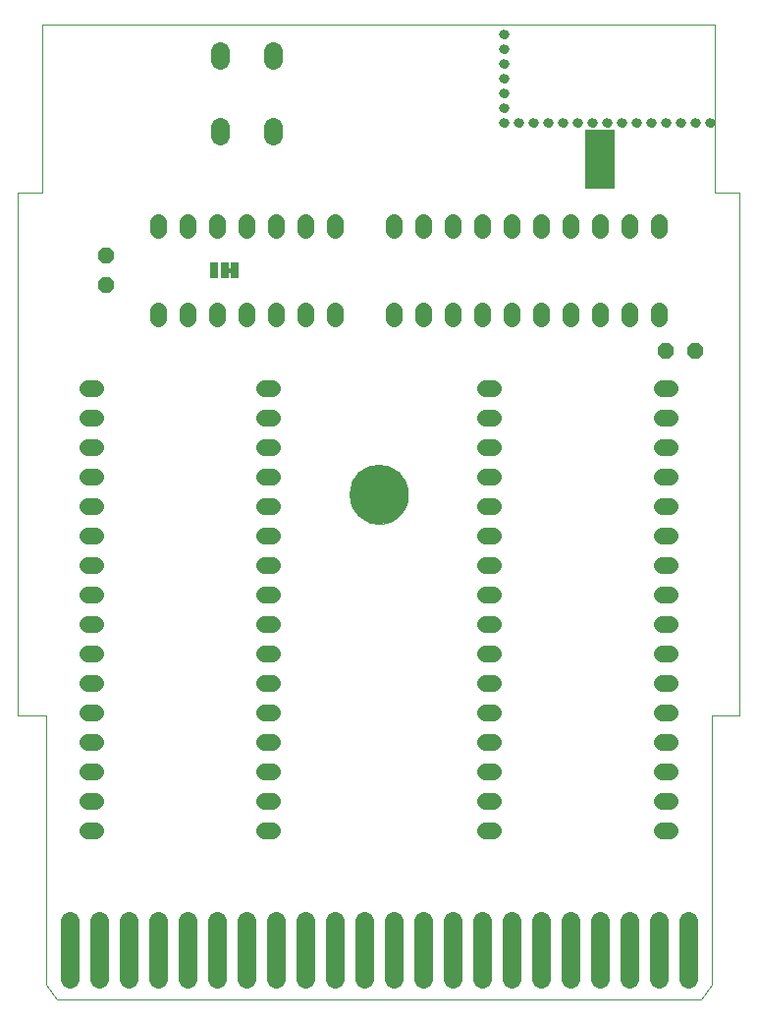
<source format=gbs>
G75*
G70*
%OFA0B0*%
%FSLAX24Y24*%
%IPPOS*%
%LPD*%
%AMOC8*
5,1,8,0,0,1.08239X$1,22.5*
%
%ADD10C,0.0000*%
%ADD11C,0.0316*%
%ADD12C,0.0160*%
%ADD13C,0.0640*%
%ADD14C,0.2009*%
%ADD15C,0.0560*%
%ADD16R,0.1040X0.2040*%
%ADD17OC8,0.0560*%
%ADD18R,0.0290X0.0540*%
D10*
X002232Y000500D02*
X001878Y001012D01*
X001878Y010146D01*
X000920Y010146D01*
X000920Y027862D01*
X001753Y027862D01*
X001753Y033571D01*
X024587Y033571D01*
X024587Y027862D01*
X025420Y027862D01*
X025420Y010146D01*
X024462Y010146D01*
X024462Y001012D01*
X024108Y000500D01*
X002232Y000500D01*
X012186Y017626D02*
X012188Y017688D01*
X012194Y017751D01*
X012204Y017812D01*
X012218Y017873D01*
X012235Y017933D01*
X012256Y017992D01*
X012282Y018049D01*
X012310Y018104D01*
X012342Y018158D01*
X012378Y018209D01*
X012416Y018259D01*
X012458Y018305D01*
X012502Y018349D01*
X012550Y018390D01*
X012599Y018428D01*
X012651Y018462D01*
X012705Y018493D01*
X012761Y018521D01*
X012819Y018545D01*
X012878Y018566D01*
X012938Y018582D01*
X012999Y018595D01*
X013061Y018604D01*
X013123Y018609D01*
X013186Y018610D01*
X013248Y018607D01*
X013310Y018600D01*
X013372Y018589D01*
X013432Y018574D01*
X013492Y018556D01*
X013550Y018534D01*
X013607Y018508D01*
X013662Y018478D01*
X013715Y018445D01*
X013766Y018409D01*
X013814Y018370D01*
X013860Y018327D01*
X013903Y018282D01*
X013943Y018234D01*
X013980Y018184D01*
X014014Y018131D01*
X014045Y018077D01*
X014071Y018021D01*
X014095Y017963D01*
X014114Y017903D01*
X014130Y017843D01*
X014142Y017781D01*
X014150Y017720D01*
X014154Y017657D01*
X014154Y017595D01*
X014150Y017532D01*
X014142Y017471D01*
X014130Y017409D01*
X014114Y017349D01*
X014095Y017289D01*
X014071Y017231D01*
X014045Y017175D01*
X014014Y017121D01*
X013980Y017068D01*
X013943Y017018D01*
X013903Y016970D01*
X013860Y016925D01*
X013814Y016882D01*
X013766Y016843D01*
X013715Y016807D01*
X013662Y016774D01*
X013607Y016744D01*
X013550Y016718D01*
X013492Y016696D01*
X013432Y016678D01*
X013372Y016663D01*
X013310Y016652D01*
X013248Y016645D01*
X013186Y016642D01*
X013123Y016643D01*
X013061Y016648D01*
X012999Y016657D01*
X012938Y016670D01*
X012878Y016686D01*
X012819Y016707D01*
X012761Y016731D01*
X012705Y016759D01*
X012651Y016790D01*
X012599Y016824D01*
X012550Y016862D01*
X012502Y016903D01*
X012458Y016947D01*
X012416Y016993D01*
X012378Y017043D01*
X012342Y017094D01*
X012310Y017148D01*
X012282Y017203D01*
X012256Y017260D01*
X012235Y017319D01*
X012218Y017379D01*
X012204Y017440D01*
X012194Y017501D01*
X012188Y017564D01*
X012186Y017626D01*
X017282Y030250D02*
X017284Y030273D01*
X017290Y030296D01*
X017300Y030317D01*
X017313Y030337D01*
X017329Y030354D01*
X017348Y030368D01*
X017369Y030378D01*
X017391Y030385D01*
X017414Y030388D01*
X017438Y030387D01*
X017460Y030382D01*
X017482Y030373D01*
X017502Y030361D01*
X017520Y030345D01*
X017534Y030327D01*
X017546Y030307D01*
X017554Y030285D01*
X017558Y030262D01*
X017558Y030238D01*
X017554Y030215D01*
X017546Y030193D01*
X017534Y030173D01*
X017520Y030155D01*
X017502Y030139D01*
X017482Y030127D01*
X017460Y030118D01*
X017438Y030113D01*
X017414Y030112D01*
X017391Y030115D01*
X017369Y030122D01*
X017348Y030132D01*
X017329Y030146D01*
X017313Y030163D01*
X017300Y030183D01*
X017290Y030204D01*
X017284Y030227D01*
X017282Y030250D01*
X017282Y030750D02*
X017284Y030773D01*
X017290Y030796D01*
X017300Y030817D01*
X017313Y030837D01*
X017329Y030854D01*
X017348Y030868D01*
X017369Y030878D01*
X017391Y030885D01*
X017414Y030888D01*
X017438Y030887D01*
X017460Y030882D01*
X017482Y030873D01*
X017502Y030861D01*
X017520Y030845D01*
X017534Y030827D01*
X017546Y030807D01*
X017554Y030785D01*
X017558Y030762D01*
X017558Y030738D01*
X017554Y030715D01*
X017546Y030693D01*
X017534Y030673D01*
X017520Y030655D01*
X017502Y030639D01*
X017482Y030627D01*
X017460Y030618D01*
X017438Y030613D01*
X017414Y030612D01*
X017391Y030615D01*
X017369Y030622D01*
X017348Y030632D01*
X017329Y030646D01*
X017313Y030663D01*
X017300Y030683D01*
X017290Y030704D01*
X017284Y030727D01*
X017282Y030750D01*
X017282Y031250D02*
X017284Y031273D01*
X017290Y031296D01*
X017300Y031317D01*
X017313Y031337D01*
X017329Y031354D01*
X017348Y031368D01*
X017369Y031378D01*
X017391Y031385D01*
X017414Y031388D01*
X017438Y031387D01*
X017460Y031382D01*
X017482Y031373D01*
X017502Y031361D01*
X017520Y031345D01*
X017534Y031327D01*
X017546Y031307D01*
X017554Y031285D01*
X017558Y031262D01*
X017558Y031238D01*
X017554Y031215D01*
X017546Y031193D01*
X017534Y031173D01*
X017520Y031155D01*
X017502Y031139D01*
X017482Y031127D01*
X017460Y031118D01*
X017438Y031113D01*
X017414Y031112D01*
X017391Y031115D01*
X017369Y031122D01*
X017348Y031132D01*
X017329Y031146D01*
X017313Y031163D01*
X017300Y031183D01*
X017290Y031204D01*
X017284Y031227D01*
X017282Y031250D01*
X017282Y031750D02*
X017284Y031773D01*
X017290Y031796D01*
X017300Y031817D01*
X017313Y031837D01*
X017329Y031854D01*
X017348Y031868D01*
X017369Y031878D01*
X017391Y031885D01*
X017414Y031888D01*
X017438Y031887D01*
X017460Y031882D01*
X017482Y031873D01*
X017502Y031861D01*
X017520Y031845D01*
X017534Y031827D01*
X017546Y031807D01*
X017554Y031785D01*
X017558Y031762D01*
X017558Y031738D01*
X017554Y031715D01*
X017546Y031693D01*
X017534Y031673D01*
X017520Y031655D01*
X017502Y031639D01*
X017482Y031627D01*
X017460Y031618D01*
X017438Y031613D01*
X017414Y031612D01*
X017391Y031615D01*
X017369Y031622D01*
X017348Y031632D01*
X017329Y031646D01*
X017313Y031663D01*
X017300Y031683D01*
X017290Y031704D01*
X017284Y031727D01*
X017282Y031750D01*
X017282Y032250D02*
X017284Y032273D01*
X017290Y032296D01*
X017300Y032317D01*
X017313Y032337D01*
X017329Y032354D01*
X017348Y032368D01*
X017369Y032378D01*
X017391Y032385D01*
X017414Y032388D01*
X017438Y032387D01*
X017460Y032382D01*
X017482Y032373D01*
X017502Y032361D01*
X017520Y032345D01*
X017534Y032327D01*
X017546Y032307D01*
X017554Y032285D01*
X017558Y032262D01*
X017558Y032238D01*
X017554Y032215D01*
X017546Y032193D01*
X017534Y032173D01*
X017520Y032155D01*
X017502Y032139D01*
X017482Y032127D01*
X017460Y032118D01*
X017438Y032113D01*
X017414Y032112D01*
X017391Y032115D01*
X017369Y032122D01*
X017348Y032132D01*
X017329Y032146D01*
X017313Y032163D01*
X017300Y032183D01*
X017290Y032204D01*
X017284Y032227D01*
X017282Y032250D01*
X017282Y032750D02*
X017284Y032773D01*
X017290Y032796D01*
X017300Y032817D01*
X017313Y032837D01*
X017329Y032854D01*
X017348Y032868D01*
X017369Y032878D01*
X017391Y032885D01*
X017414Y032888D01*
X017438Y032887D01*
X017460Y032882D01*
X017482Y032873D01*
X017502Y032861D01*
X017520Y032845D01*
X017534Y032827D01*
X017546Y032807D01*
X017554Y032785D01*
X017558Y032762D01*
X017558Y032738D01*
X017554Y032715D01*
X017546Y032693D01*
X017534Y032673D01*
X017520Y032655D01*
X017502Y032639D01*
X017482Y032627D01*
X017460Y032618D01*
X017438Y032613D01*
X017414Y032612D01*
X017391Y032615D01*
X017369Y032622D01*
X017348Y032632D01*
X017329Y032646D01*
X017313Y032663D01*
X017300Y032683D01*
X017290Y032704D01*
X017284Y032727D01*
X017282Y032750D01*
X017282Y033250D02*
X017284Y033273D01*
X017290Y033296D01*
X017300Y033317D01*
X017313Y033337D01*
X017329Y033354D01*
X017348Y033368D01*
X017369Y033378D01*
X017391Y033385D01*
X017414Y033388D01*
X017438Y033387D01*
X017460Y033382D01*
X017482Y033373D01*
X017502Y033361D01*
X017520Y033345D01*
X017534Y033327D01*
X017546Y033307D01*
X017554Y033285D01*
X017558Y033262D01*
X017558Y033238D01*
X017554Y033215D01*
X017546Y033193D01*
X017534Y033173D01*
X017520Y033155D01*
X017502Y033139D01*
X017482Y033127D01*
X017460Y033118D01*
X017438Y033113D01*
X017414Y033112D01*
X017391Y033115D01*
X017369Y033122D01*
X017348Y033132D01*
X017329Y033146D01*
X017313Y033163D01*
X017300Y033183D01*
X017290Y033204D01*
X017284Y033227D01*
X017282Y033250D01*
X017782Y030250D02*
X017784Y030273D01*
X017790Y030296D01*
X017800Y030317D01*
X017813Y030337D01*
X017829Y030354D01*
X017848Y030368D01*
X017869Y030378D01*
X017891Y030385D01*
X017914Y030388D01*
X017938Y030387D01*
X017960Y030382D01*
X017982Y030373D01*
X018002Y030361D01*
X018020Y030345D01*
X018034Y030327D01*
X018046Y030307D01*
X018054Y030285D01*
X018058Y030262D01*
X018058Y030238D01*
X018054Y030215D01*
X018046Y030193D01*
X018034Y030173D01*
X018020Y030155D01*
X018002Y030139D01*
X017982Y030127D01*
X017960Y030118D01*
X017938Y030113D01*
X017914Y030112D01*
X017891Y030115D01*
X017869Y030122D01*
X017848Y030132D01*
X017829Y030146D01*
X017813Y030163D01*
X017800Y030183D01*
X017790Y030204D01*
X017784Y030227D01*
X017782Y030250D01*
X018282Y030250D02*
X018284Y030273D01*
X018290Y030296D01*
X018300Y030317D01*
X018313Y030337D01*
X018329Y030354D01*
X018348Y030368D01*
X018369Y030378D01*
X018391Y030385D01*
X018414Y030388D01*
X018438Y030387D01*
X018460Y030382D01*
X018482Y030373D01*
X018502Y030361D01*
X018520Y030345D01*
X018534Y030327D01*
X018546Y030307D01*
X018554Y030285D01*
X018558Y030262D01*
X018558Y030238D01*
X018554Y030215D01*
X018546Y030193D01*
X018534Y030173D01*
X018520Y030155D01*
X018502Y030139D01*
X018482Y030127D01*
X018460Y030118D01*
X018438Y030113D01*
X018414Y030112D01*
X018391Y030115D01*
X018369Y030122D01*
X018348Y030132D01*
X018329Y030146D01*
X018313Y030163D01*
X018300Y030183D01*
X018290Y030204D01*
X018284Y030227D01*
X018282Y030250D01*
X018782Y030250D02*
X018784Y030273D01*
X018790Y030296D01*
X018800Y030317D01*
X018813Y030337D01*
X018829Y030354D01*
X018848Y030368D01*
X018869Y030378D01*
X018891Y030385D01*
X018914Y030388D01*
X018938Y030387D01*
X018960Y030382D01*
X018982Y030373D01*
X019002Y030361D01*
X019020Y030345D01*
X019034Y030327D01*
X019046Y030307D01*
X019054Y030285D01*
X019058Y030262D01*
X019058Y030238D01*
X019054Y030215D01*
X019046Y030193D01*
X019034Y030173D01*
X019020Y030155D01*
X019002Y030139D01*
X018982Y030127D01*
X018960Y030118D01*
X018938Y030113D01*
X018914Y030112D01*
X018891Y030115D01*
X018869Y030122D01*
X018848Y030132D01*
X018829Y030146D01*
X018813Y030163D01*
X018800Y030183D01*
X018790Y030204D01*
X018784Y030227D01*
X018782Y030250D01*
X019282Y030250D02*
X019284Y030273D01*
X019290Y030296D01*
X019300Y030317D01*
X019313Y030337D01*
X019329Y030354D01*
X019348Y030368D01*
X019369Y030378D01*
X019391Y030385D01*
X019414Y030388D01*
X019438Y030387D01*
X019460Y030382D01*
X019482Y030373D01*
X019502Y030361D01*
X019520Y030345D01*
X019534Y030327D01*
X019546Y030307D01*
X019554Y030285D01*
X019558Y030262D01*
X019558Y030238D01*
X019554Y030215D01*
X019546Y030193D01*
X019534Y030173D01*
X019520Y030155D01*
X019502Y030139D01*
X019482Y030127D01*
X019460Y030118D01*
X019438Y030113D01*
X019414Y030112D01*
X019391Y030115D01*
X019369Y030122D01*
X019348Y030132D01*
X019329Y030146D01*
X019313Y030163D01*
X019300Y030183D01*
X019290Y030204D01*
X019284Y030227D01*
X019282Y030250D01*
X019782Y030250D02*
X019784Y030273D01*
X019790Y030296D01*
X019800Y030317D01*
X019813Y030337D01*
X019829Y030354D01*
X019848Y030368D01*
X019869Y030378D01*
X019891Y030385D01*
X019914Y030388D01*
X019938Y030387D01*
X019960Y030382D01*
X019982Y030373D01*
X020002Y030361D01*
X020020Y030345D01*
X020034Y030327D01*
X020046Y030307D01*
X020054Y030285D01*
X020058Y030262D01*
X020058Y030238D01*
X020054Y030215D01*
X020046Y030193D01*
X020034Y030173D01*
X020020Y030155D01*
X020002Y030139D01*
X019982Y030127D01*
X019960Y030118D01*
X019938Y030113D01*
X019914Y030112D01*
X019891Y030115D01*
X019869Y030122D01*
X019848Y030132D01*
X019829Y030146D01*
X019813Y030163D01*
X019800Y030183D01*
X019790Y030204D01*
X019784Y030227D01*
X019782Y030250D01*
X020282Y030250D02*
X020284Y030273D01*
X020290Y030296D01*
X020300Y030317D01*
X020313Y030337D01*
X020329Y030354D01*
X020348Y030368D01*
X020369Y030378D01*
X020391Y030385D01*
X020414Y030388D01*
X020438Y030387D01*
X020460Y030382D01*
X020482Y030373D01*
X020502Y030361D01*
X020520Y030345D01*
X020534Y030327D01*
X020546Y030307D01*
X020554Y030285D01*
X020558Y030262D01*
X020558Y030238D01*
X020554Y030215D01*
X020546Y030193D01*
X020534Y030173D01*
X020520Y030155D01*
X020502Y030139D01*
X020482Y030127D01*
X020460Y030118D01*
X020438Y030113D01*
X020414Y030112D01*
X020391Y030115D01*
X020369Y030122D01*
X020348Y030132D01*
X020329Y030146D01*
X020313Y030163D01*
X020300Y030183D01*
X020290Y030204D01*
X020284Y030227D01*
X020282Y030250D01*
X020782Y030250D02*
X020784Y030273D01*
X020790Y030296D01*
X020800Y030317D01*
X020813Y030337D01*
X020829Y030354D01*
X020848Y030368D01*
X020869Y030378D01*
X020891Y030385D01*
X020914Y030388D01*
X020938Y030387D01*
X020960Y030382D01*
X020982Y030373D01*
X021002Y030361D01*
X021020Y030345D01*
X021034Y030327D01*
X021046Y030307D01*
X021054Y030285D01*
X021058Y030262D01*
X021058Y030238D01*
X021054Y030215D01*
X021046Y030193D01*
X021034Y030173D01*
X021020Y030155D01*
X021002Y030139D01*
X020982Y030127D01*
X020960Y030118D01*
X020938Y030113D01*
X020914Y030112D01*
X020891Y030115D01*
X020869Y030122D01*
X020848Y030132D01*
X020829Y030146D01*
X020813Y030163D01*
X020800Y030183D01*
X020790Y030204D01*
X020784Y030227D01*
X020782Y030250D01*
X021282Y030250D02*
X021284Y030273D01*
X021290Y030296D01*
X021300Y030317D01*
X021313Y030337D01*
X021329Y030354D01*
X021348Y030368D01*
X021369Y030378D01*
X021391Y030385D01*
X021414Y030388D01*
X021438Y030387D01*
X021460Y030382D01*
X021482Y030373D01*
X021502Y030361D01*
X021520Y030345D01*
X021534Y030327D01*
X021546Y030307D01*
X021554Y030285D01*
X021558Y030262D01*
X021558Y030238D01*
X021554Y030215D01*
X021546Y030193D01*
X021534Y030173D01*
X021520Y030155D01*
X021502Y030139D01*
X021482Y030127D01*
X021460Y030118D01*
X021438Y030113D01*
X021414Y030112D01*
X021391Y030115D01*
X021369Y030122D01*
X021348Y030132D01*
X021329Y030146D01*
X021313Y030163D01*
X021300Y030183D01*
X021290Y030204D01*
X021284Y030227D01*
X021282Y030250D01*
X021782Y030250D02*
X021784Y030273D01*
X021790Y030296D01*
X021800Y030317D01*
X021813Y030337D01*
X021829Y030354D01*
X021848Y030368D01*
X021869Y030378D01*
X021891Y030385D01*
X021914Y030388D01*
X021938Y030387D01*
X021960Y030382D01*
X021982Y030373D01*
X022002Y030361D01*
X022020Y030345D01*
X022034Y030327D01*
X022046Y030307D01*
X022054Y030285D01*
X022058Y030262D01*
X022058Y030238D01*
X022054Y030215D01*
X022046Y030193D01*
X022034Y030173D01*
X022020Y030155D01*
X022002Y030139D01*
X021982Y030127D01*
X021960Y030118D01*
X021938Y030113D01*
X021914Y030112D01*
X021891Y030115D01*
X021869Y030122D01*
X021848Y030132D01*
X021829Y030146D01*
X021813Y030163D01*
X021800Y030183D01*
X021790Y030204D01*
X021784Y030227D01*
X021782Y030250D01*
X022282Y030250D02*
X022284Y030273D01*
X022290Y030296D01*
X022300Y030317D01*
X022313Y030337D01*
X022329Y030354D01*
X022348Y030368D01*
X022369Y030378D01*
X022391Y030385D01*
X022414Y030388D01*
X022438Y030387D01*
X022460Y030382D01*
X022482Y030373D01*
X022502Y030361D01*
X022520Y030345D01*
X022534Y030327D01*
X022546Y030307D01*
X022554Y030285D01*
X022558Y030262D01*
X022558Y030238D01*
X022554Y030215D01*
X022546Y030193D01*
X022534Y030173D01*
X022520Y030155D01*
X022502Y030139D01*
X022482Y030127D01*
X022460Y030118D01*
X022438Y030113D01*
X022414Y030112D01*
X022391Y030115D01*
X022369Y030122D01*
X022348Y030132D01*
X022329Y030146D01*
X022313Y030163D01*
X022300Y030183D01*
X022290Y030204D01*
X022284Y030227D01*
X022282Y030250D01*
X022782Y030250D02*
X022784Y030273D01*
X022790Y030296D01*
X022800Y030317D01*
X022813Y030337D01*
X022829Y030354D01*
X022848Y030368D01*
X022869Y030378D01*
X022891Y030385D01*
X022914Y030388D01*
X022938Y030387D01*
X022960Y030382D01*
X022982Y030373D01*
X023002Y030361D01*
X023020Y030345D01*
X023034Y030327D01*
X023046Y030307D01*
X023054Y030285D01*
X023058Y030262D01*
X023058Y030238D01*
X023054Y030215D01*
X023046Y030193D01*
X023034Y030173D01*
X023020Y030155D01*
X023002Y030139D01*
X022982Y030127D01*
X022960Y030118D01*
X022938Y030113D01*
X022914Y030112D01*
X022891Y030115D01*
X022869Y030122D01*
X022848Y030132D01*
X022829Y030146D01*
X022813Y030163D01*
X022800Y030183D01*
X022790Y030204D01*
X022784Y030227D01*
X022782Y030250D01*
X023282Y030250D02*
X023284Y030273D01*
X023290Y030296D01*
X023300Y030317D01*
X023313Y030337D01*
X023329Y030354D01*
X023348Y030368D01*
X023369Y030378D01*
X023391Y030385D01*
X023414Y030388D01*
X023438Y030387D01*
X023460Y030382D01*
X023482Y030373D01*
X023502Y030361D01*
X023520Y030345D01*
X023534Y030327D01*
X023546Y030307D01*
X023554Y030285D01*
X023558Y030262D01*
X023558Y030238D01*
X023554Y030215D01*
X023546Y030193D01*
X023534Y030173D01*
X023520Y030155D01*
X023502Y030139D01*
X023482Y030127D01*
X023460Y030118D01*
X023438Y030113D01*
X023414Y030112D01*
X023391Y030115D01*
X023369Y030122D01*
X023348Y030132D01*
X023329Y030146D01*
X023313Y030163D01*
X023300Y030183D01*
X023290Y030204D01*
X023284Y030227D01*
X023282Y030250D01*
X023782Y030250D02*
X023784Y030273D01*
X023790Y030296D01*
X023800Y030317D01*
X023813Y030337D01*
X023829Y030354D01*
X023848Y030368D01*
X023869Y030378D01*
X023891Y030385D01*
X023914Y030388D01*
X023938Y030387D01*
X023960Y030382D01*
X023982Y030373D01*
X024002Y030361D01*
X024020Y030345D01*
X024034Y030327D01*
X024046Y030307D01*
X024054Y030285D01*
X024058Y030262D01*
X024058Y030238D01*
X024054Y030215D01*
X024046Y030193D01*
X024034Y030173D01*
X024020Y030155D01*
X024002Y030139D01*
X023982Y030127D01*
X023960Y030118D01*
X023938Y030113D01*
X023914Y030112D01*
X023891Y030115D01*
X023869Y030122D01*
X023848Y030132D01*
X023829Y030146D01*
X023813Y030163D01*
X023800Y030183D01*
X023790Y030204D01*
X023784Y030227D01*
X023782Y030250D01*
X024282Y030250D02*
X024284Y030273D01*
X024290Y030296D01*
X024300Y030317D01*
X024313Y030337D01*
X024329Y030354D01*
X024348Y030368D01*
X024369Y030378D01*
X024391Y030385D01*
X024414Y030388D01*
X024438Y030387D01*
X024460Y030382D01*
X024482Y030373D01*
X024502Y030361D01*
X024520Y030345D01*
X024534Y030327D01*
X024546Y030307D01*
X024554Y030285D01*
X024558Y030262D01*
X024558Y030238D01*
X024554Y030215D01*
X024546Y030193D01*
X024534Y030173D01*
X024520Y030155D01*
X024502Y030139D01*
X024482Y030127D01*
X024460Y030118D01*
X024438Y030113D01*
X024414Y030112D01*
X024391Y030115D01*
X024369Y030122D01*
X024348Y030132D01*
X024329Y030146D01*
X024313Y030163D01*
X024300Y030183D01*
X024290Y030204D01*
X024284Y030227D01*
X024282Y030250D01*
D11*
X024420Y030250D03*
X023920Y030250D03*
X023420Y030250D03*
X022920Y030250D03*
X022420Y030250D03*
X021920Y030250D03*
X021420Y030250D03*
X020920Y030250D03*
X020420Y030250D03*
X019920Y030250D03*
X019420Y030250D03*
X018920Y030250D03*
X018420Y030250D03*
X017920Y030250D03*
X017420Y030250D03*
X017420Y030750D03*
X017420Y031250D03*
X017420Y031750D03*
X017420Y032250D03*
X017420Y032750D03*
X017420Y033250D03*
D12*
X008180Y025240D02*
X007930Y025240D01*
D13*
X007790Y029810D02*
X007790Y030110D01*
X007790Y032370D02*
X007790Y032670D01*
X009570Y032670D02*
X009570Y032370D01*
X009570Y030110D02*
X009570Y029810D01*
X009674Y003172D02*
X009674Y001222D01*
X010674Y001222D02*
X010674Y003172D01*
X011674Y003172D02*
X011674Y001222D01*
X012674Y001222D02*
X012674Y003172D01*
X013674Y003172D02*
X013674Y001222D01*
X014674Y001222D02*
X014674Y003172D01*
X015674Y003172D02*
X015674Y001222D01*
X016674Y001222D02*
X016674Y003172D01*
X017674Y003172D02*
X017674Y001222D01*
X018674Y001222D02*
X018674Y003172D01*
X019674Y003172D02*
X019674Y001222D01*
X020674Y001222D02*
X020674Y003172D01*
X021674Y003172D02*
X021674Y001222D01*
X022674Y001222D02*
X022674Y003172D01*
X023674Y003172D02*
X023674Y001222D01*
X008674Y001222D02*
X008674Y003172D01*
X007674Y003172D02*
X007674Y001222D01*
X006674Y001222D02*
X006674Y003172D01*
X005674Y003172D02*
X005674Y001222D01*
X004674Y001222D02*
X004674Y003172D01*
X003674Y003172D02*
X003674Y001222D01*
X002674Y001222D02*
X002674Y003172D01*
D14*
X013170Y017626D03*
D15*
X009550Y017250D02*
X009290Y017250D01*
X009290Y016250D02*
X009550Y016250D01*
X009550Y015250D02*
X009290Y015250D01*
X009290Y014250D02*
X009550Y014250D01*
X009550Y013250D02*
X009290Y013250D01*
X009290Y012250D02*
X009550Y012250D01*
X009550Y011250D02*
X009290Y011250D01*
X009290Y010250D02*
X009550Y010250D01*
X009550Y009250D02*
X009290Y009250D01*
X009290Y008250D02*
X009550Y008250D01*
X009550Y007250D02*
X009290Y007250D01*
X009290Y006250D02*
X009550Y006250D01*
X003550Y006250D02*
X003290Y006250D01*
X003290Y007250D02*
X003550Y007250D01*
X003550Y008250D02*
X003290Y008250D01*
X003290Y009250D02*
X003550Y009250D01*
X003550Y010250D02*
X003290Y010250D01*
X003290Y011250D02*
X003550Y011250D01*
X003550Y012250D02*
X003290Y012250D01*
X003290Y013250D02*
X003550Y013250D01*
X003550Y014250D02*
X003290Y014250D01*
X003290Y015250D02*
X003550Y015250D01*
X003550Y016250D02*
X003290Y016250D01*
X003290Y017250D02*
X003550Y017250D01*
X003550Y018250D02*
X003290Y018250D01*
X003290Y019250D02*
X003550Y019250D01*
X003550Y020250D02*
X003290Y020250D01*
X003290Y021250D02*
X003550Y021250D01*
X005670Y023620D02*
X005670Y023880D01*
X006670Y023880D02*
X006670Y023620D01*
X007670Y023620D02*
X007670Y023880D01*
X008670Y023880D02*
X008670Y023620D01*
X009670Y023620D02*
X009670Y023880D01*
X010670Y023880D02*
X010670Y023620D01*
X011670Y023620D02*
X011670Y023880D01*
X013670Y023880D02*
X013670Y023620D01*
X014670Y023620D02*
X014670Y023880D01*
X015670Y023880D02*
X015670Y023620D01*
X016670Y023620D02*
X016670Y023880D01*
X017670Y023880D02*
X017670Y023620D01*
X018670Y023620D02*
X018670Y023880D01*
X019670Y023880D02*
X019670Y023620D01*
X020670Y023620D02*
X020670Y023880D01*
X021670Y023880D02*
X021670Y023620D01*
X022670Y023620D02*
X022670Y023880D01*
X022790Y021250D02*
X023050Y021250D01*
X023050Y020250D02*
X022790Y020250D01*
X022790Y019250D02*
X023050Y019250D01*
X023050Y018250D02*
X022790Y018250D01*
X022790Y017250D02*
X023050Y017250D01*
X023050Y016250D02*
X022790Y016250D01*
X022790Y015250D02*
X023050Y015250D01*
X023050Y014250D02*
X022790Y014250D01*
X022790Y013250D02*
X023050Y013250D01*
X023050Y012250D02*
X022790Y012250D01*
X022790Y011250D02*
X023050Y011250D01*
X023050Y010250D02*
X022790Y010250D01*
X022790Y009250D02*
X023050Y009250D01*
X023050Y008250D02*
X022790Y008250D01*
X022790Y007250D02*
X023050Y007250D01*
X023050Y006250D02*
X022790Y006250D01*
X017050Y006250D02*
X016790Y006250D01*
X016790Y007250D02*
X017050Y007250D01*
X017050Y008250D02*
X016790Y008250D01*
X016790Y009250D02*
X017050Y009250D01*
X017050Y010250D02*
X016790Y010250D01*
X016790Y011250D02*
X017050Y011250D01*
X017050Y012250D02*
X016790Y012250D01*
X016790Y013250D02*
X017050Y013250D01*
X017050Y014250D02*
X016790Y014250D01*
X016790Y015250D02*
X017050Y015250D01*
X017050Y016250D02*
X016790Y016250D01*
X016790Y017250D02*
X017050Y017250D01*
X017050Y018250D02*
X016790Y018250D01*
X016790Y019250D02*
X017050Y019250D01*
X017050Y020250D02*
X016790Y020250D01*
X016790Y021250D02*
X017050Y021250D01*
X016670Y026620D02*
X016670Y026880D01*
X015670Y026880D02*
X015670Y026620D01*
X014670Y026620D02*
X014670Y026880D01*
X013670Y026880D02*
X013670Y026620D01*
X011670Y026620D02*
X011670Y026880D01*
X010670Y026880D02*
X010670Y026620D01*
X009670Y026620D02*
X009670Y026880D01*
X008670Y026880D02*
X008670Y026620D01*
X007670Y026620D02*
X007670Y026880D01*
X006670Y026880D02*
X006670Y026620D01*
X005670Y026620D02*
X005670Y026880D01*
X009290Y021250D02*
X009550Y021250D01*
X009550Y020250D02*
X009290Y020250D01*
X009290Y019250D02*
X009550Y019250D01*
X009550Y018250D02*
X009290Y018250D01*
X017670Y026620D02*
X017670Y026880D01*
X018670Y026880D02*
X018670Y026620D01*
X019670Y026620D02*
X019670Y026880D01*
X020670Y026880D02*
X020670Y026620D01*
X021670Y026620D02*
X021670Y026880D01*
X022670Y026880D02*
X022670Y026620D01*
D16*
X020670Y029000D03*
D17*
X022920Y022500D03*
X023920Y022500D03*
X003920Y024750D03*
X003920Y025750D03*
D18*
X007580Y025240D03*
X007930Y025240D03*
X008280Y025240D03*
M02*

</source>
